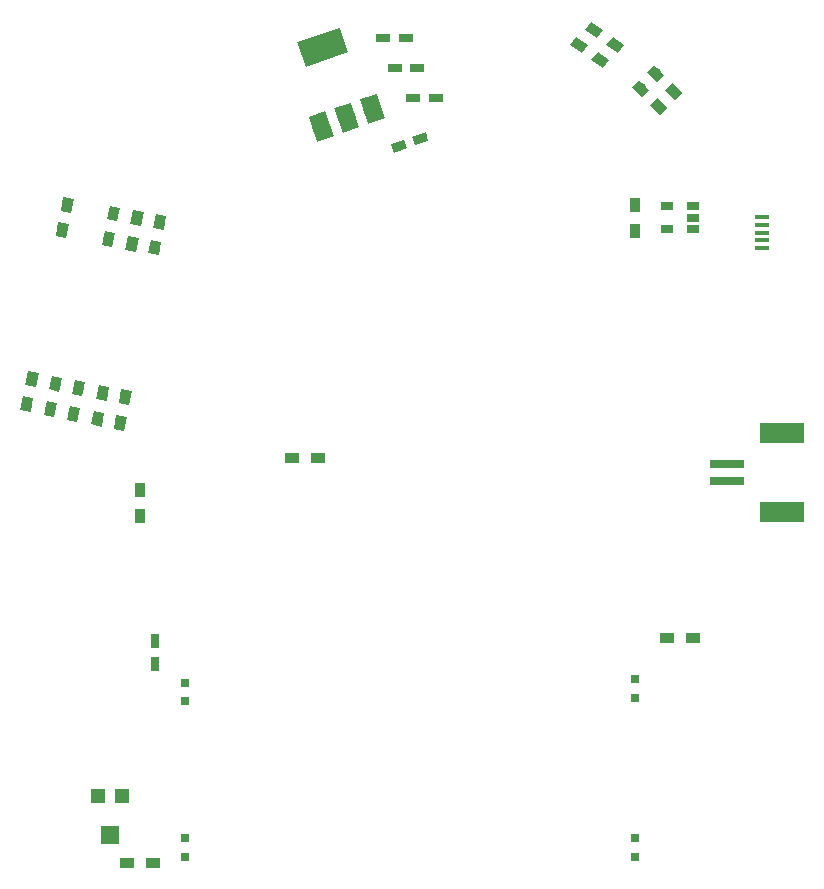
<source format=gbr>
G04 #@! TF.GenerationSoftware,KiCad,Pcbnew,(5.0.0-3-g5ebb6b6)*
G04 #@! TF.CreationDate,2019-01-19T17:02:55+01:00*
G04 #@! TF.ProjectId,Securityfest_2019_badge_beta,5365637572697479666573745F323031,rev?*
G04 #@! TF.SameCoordinates,Original*
G04 #@! TF.FileFunction,Paste,Top*
G04 #@! TF.FilePolarity,Positive*
%FSLAX46Y46*%
G04 Gerber Fmt 4.6, Leading zero omitted, Abs format (unit mm)*
G04 Created by KiCad (PCBNEW (5.0.0-3-g5ebb6b6)) date 2019 January 19, Saturday 17:02:55*
%MOMM*%
%LPD*%
G01*
G04 APERTURE LIST*
%ADD10R,1.600000X1.500000*%
%ADD11R,1.200000X1.200000*%
%ADD12R,0.800000X0.800000*%
%ADD13R,1.200000X0.750000*%
%ADD14C,0.750000*%
%ADD15C,0.100000*%
%ADD16R,0.750000X1.200000*%
%ADD17C,0.900000*%
%ADD18R,1.300000X0.450000*%
%ADD19R,3.800000X1.800000*%
%ADD20R,3.000000X0.800000*%
%ADD21R,0.900000X1.200000*%
%ADD22R,1.200000X0.900000*%
%ADD23R,1.060000X0.650000*%
%ADD24C,1.500000*%
%ADD25C,2.200000*%
G04 APERTURE END LIST*
D10*
G04 #@! TO.C,RV1*
X127000000Y-113210000D03*
D11*
X128000000Y-109960000D03*
X126000000Y-109960000D03*
G04 #@! TD*
D12*
G04 #@! TO.C,D6*
X171450000Y-113500000D03*
X171450000Y-115100000D03*
G04 #@! TD*
G04 #@! TO.C,D5*
X171450000Y-101600000D03*
X171450000Y-100000000D03*
G04 #@! TD*
G04 #@! TO.C,D3*
X133350000Y-101930000D03*
X133350000Y-100330000D03*
G04 #@! TD*
G04 #@! TO.C,D4*
X133350000Y-115100000D03*
X133350000Y-113500000D03*
G04 #@! TD*
D13*
G04 #@! TO.C,C1*
X154620000Y-50800000D03*
X152720000Y-50800000D03*
G04 #@! TD*
G04 #@! TO.C,C2*
X151130000Y-48260000D03*
X153030000Y-48260000D03*
G04 #@! TD*
D14*
G04 #@! TO.C,C3*
X153298243Y-54300710D03*
D15*
G36*
X153743466Y-53750800D02*
X153987642Y-54459939D01*
X152853020Y-54850620D01*
X152608844Y-54141481D01*
X153743466Y-53750800D01*
X153743466Y-53750800D01*
G37*
D14*
X151501757Y-54919290D03*
D15*
G36*
X151946980Y-54369380D02*
X152191156Y-55078519D01*
X151056534Y-55469200D01*
X150812358Y-54760061D01*
X151946980Y-54369380D01*
X151946980Y-54369380D01*
G37*
G04 #@! TD*
D13*
G04 #@! TO.C,C4*
X150180000Y-45720000D03*
X152080000Y-45720000D03*
G04 #@! TD*
D16*
G04 #@! TO.C,C5*
X130810000Y-98740000D03*
X130810000Y-96840000D03*
G04 #@! TD*
D17*
G04 #@! TO.C,D1*
X174767817Y-50307817D03*
D15*
G36*
X174025355Y-50201751D02*
X174661751Y-49565355D01*
X175510279Y-50413883D01*
X174873883Y-51050279D01*
X174025355Y-50201751D01*
X174025355Y-50201751D01*
G37*
D17*
X173212183Y-48752183D03*
D15*
G36*
X172469721Y-48646117D02*
X173106117Y-48009721D01*
X173954645Y-48858249D01*
X173318249Y-49494645D01*
X172469721Y-48646117D01*
X172469721Y-48646117D01*
G37*
G04 #@! TD*
D17*
G04 #@! TO.C,D2*
X168008933Y-45089066D03*
D15*
G36*
X168758534Y-45064593D02*
X168242315Y-45801830D01*
X167259332Y-45113539D01*
X167775551Y-44376302D01*
X168758534Y-45064593D01*
X168758534Y-45064593D01*
G37*
D17*
X169811067Y-46350934D03*
D15*
G36*
X170560668Y-46326461D02*
X170044449Y-47063698D01*
X169061466Y-46375407D01*
X169577685Y-45638170D01*
X170560668Y-46326461D01*
X170560668Y-46326461D01*
G37*
G04 #@! TD*
D18*
G04 #@! TO.C,J1*
X182250000Y-60930000D03*
X182250000Y-61580000D03*
X182250000Y-62230000D03*
X182250000Y-62880000D03*
X182250000Y-63530000D03*
G04 #@! TD*
D19*
G04 #@! TO.C,J2*
X183960000Y-85900000D03*
X183960000Y-79200000D03*
D20*
X179260000Y-81800000D03*
X179260000Y-83300000D03*
G04 #@! TD*
D21*
G04 #@! TO.C,R1*
X171450000Y-62060000D03*
X171450000Y-59860000D03*
G04 #@! TD*
D17*
G04 #@! TO.C,R2*
X171942183Y-50022183D03*
D15*
G36*
X171199721Y-49916117D02*
X171836117Y-49279721D01*
X172684645Y-50128249D01*
X172048249Y-50764645D01*
X171199721Y-49916117D01*
X171199721Y-49916117D01*
G37*
D17*
X173497817Y-51577817D03*
D15*
G36*
X172755355Y-51471751D02*
X173391751Y-50835355D01*
X174240279Y-51683883D01*
X173603883Y-52320279D01*
X172755355Y-51471751D01*
X172755355Y-51471751D01*
G37*
G04 #@! TD*
D17*
G04 #@! TO.C,R3*
X166738933Y-46359066D03*
D15*
G36*
X167488534Y-46334593D02*
X166972315Y-47071830D01*
X165989332Y-46383539D01*
X166505551Y-45646302D01*
X167488534Y-46334593D01*
X167488534Y-46334593D01*
G37*
D17*
X168541067Y-47620934D03*
D15*
G36*
X169290668Y-47596461D02*
X168774449Y-48333698D01*
X167791466Y-47645407D01*
X168307685Y-46908170D01*
X169290668Y-47596461D01*
X169290668Y-47596461D01*
G37*
G04 #@! TD*
D22*
G04 #@! TO.C,R4*
X142410000Y-81280000D03*
X144610000Y-81280000D03*
G04 #@! TD*
G04 #@! TO.C,R5*
X176360000Y-96520000D03*
X174160000Y-96520000D03*
G04 #@! TD*
D21*
G04 #@! TO.C,R6*
X129540000Y-83990000D03*
X129540000Y-86190000D03*
G04 #@! TD*
D22*
G04 #@! TO.C,R7*
X128440000Y-115570000D03*
X130640000Y-115570000D03*
G04 #@! TD*
D17*
G04 #@! TO.C,R8*
X122974459Y-62038676D03*
D15*
G36*
X122650750Y-61362131D02*
X123533303Y-61538483D01*
X123298168Y-62715221D01*
X122415615Y-62538869D01*
X122650750Y-61362131D01*
X122650750Y-61362131D01*
G37*
D17*
X123405541Y-59881324D03*
D15*
G36*
X123081832Y-59204779D02*
X123964385Y-59381131D01*
X123729250Y-60557869D01*
X122846697Y-60381517D01*
X123081832Y-59204779D01*
X123081832Y-59204779D01*
G37*
G04 #@! TD*
D17*
G04 #@! TO.C,R9*
X126884459Y-62778676D03*
D15*
G36*
X126560750Y-62102131D02*
X127443303Y-62278483D01*
X127208168Y-63455221D01*
X126325615Y-63278869D01*
X126560750Y-62102131D01*
X126560750Y-62102131D01*
G37*
D17*
X127315541Y-60621324D03*
D15*
G36*
X126991832Y-59944779D02*
X127874385Y-60121131D01*
X127639250Y-61297869D01*
X126756697Y-61121517D01*
X126991832Y-59944779D01*
X126991832Y-59944779D01*
G37*
G04 #@! TD*
D17*
G04 #@! TO.C,R10*
X129315541Y-61021324D03*
D15*
G36*
X128991832Y-60344779D02*
X129874385Y-60521131D01*
X129639250Y-61697869D01*
X128756697Y-61521517D01*
X128991832Y-60344779D01*
X128991832Y-60344779D01*
G37*
D17*
X128884459Y-63178676D03*
D15*
G36*
X128560750Y-62502131D02*
X129443303Y-62678483D01*
X129208168Y-63855221D01*
X128325615Y-63678869D01*
X128560750Y-62502131D01*
X128560750Y-62502131D01*
G37*
G04 #@! TD*
D17*
G04 #@! TO.C,R11*
X130810000Y-63500000D03*
D15*
G36*
X130486291Y-62823455D02*
X131368844Y-62999807D01*
X131133709Y-64176545D01*
X130251156Y-64000193D01*
X130486291Y-62823455D01*
X130486291Y-62823455D01*
G37*
D17*
X131241082Y-61342648D03*
D15*
G36*
X130917373Y-60666103D02*
X131799926Y-60842455D01*
X131564791Y-62019193D01*
X130682238Y-61842841D01*
X130917373Y-60666103D01*
X130917373Y-60666103D01*
G37*
G04 #@! TD*
D17*
G04 #@! TO.C,R12*
X119984459Y-76778676D03*
D15*
G36*
X120308168Y-77455221D02*
X119425615Y-77278869D01*
X119660750Y-76102131D01*
X120543303Y-76278483D01*
X120308168Y-77455221D01*
X120308168Y-77455221D01*
G37*
D17*
X120415541Y-74621324D03*
D15*
G36*
X120739250Y-75297869D02*
X119856697Y-75121517D01*
X120091832Y-73944779D01*
X120974385Y-74121131D01*
X120739250Y-75297869D01*
X120739250Y-75297869D01*
G37*
G04 #@! TD*
D17*
G04 #@! TO.C,R13*
X122415541Y-75021324D03*
D15*
G36*
X122739250Y-75697869D02*
X121856697Y-75521517D01*
X122091832Y-74344779D01*
X122974385Y-74521131D01*
X122739250Y-75697869D01*
X122739250Y-75697869D01*
G37*
D17*
X121984459Y-77178676D03*
D15*
G36*
X122308168Y-77855221D02*
X121425615Y-77678869D01*
X121660750Y-76502131D01*
X122543303Y-76678483D01*
X122308168Y-77855221D01*
X122308168Y-77855221D01*
G37*
G04 #@! TD*
D17*
G04 #@! TO.C,R14*
X123934459Y-77578676D03*
D15*
G36*
X124258168Y-78255221D02*
X123375615Y-78078869D01*
X123610750Y-76902131D01*
X124493303Y-77078483D01*
X124258168Y-78255221D01*
X124258168Y-78255221D01*
G37*
D17*
X124365541Y-75421324D03*
D15*
G36*
X124689250Y-76097869D02*
X123806697Y-75921517D01*
X124041832Y-74744779D01*
X124924385Y-74921131D01*
X124689250Y-76097869D01*
X124689250Y-76097869D01*
G37*
G04 #@! TD*
D17*
G04 #@! TO.C,R15*
X125984459Y-77978676D03*
D15*
G36*
X126308168Y-78655221D02*
X125425615Y-78478869D01*
X125660750Y-77302131D01*
X126543303Y-77478483D01*
X126308168Y-78655221D01*
X126308168Y-78655221D01*
G37*
D17*
X126415541Y-75821324D03*
D15*
G36*
X126739250Y-76497869D02*
X125856697Y-76321517D01*
X126091832Y-75144779D01*
X126974385Y-75321131D01*
X126739250Y-76497869D01*
X126739250Y-76497869D01*
G37*
G04 #@! TD*
D17*
G04 #@! TO.C,R16*
X127884459Y-78338676D03*
D15*
G36*
X128208168Y-79015221D02*
X127325615Y-78838869D01*
X127560750Y-77662131D01*
X128443303Y-77838483D01*
X128208168Y-79015221D01*
X128208168Y-79015221D01*
G37*
D17*
X128315541Y-76181324D03*
D15*
G36*
X128639250Y-76857869D02*
X127756697Y-76681517D01*
X127991832Y-75504779D01*
X128874385Y-75681131D01*
X128639250Y-76857869D01*
X128639250Y-76857869D01*
G37*
G04 #@! TD*
D23*
G04 #@! TO.C,U1*
X174160000Y-61910000D03*
X174160000Y-60010000D03*
X176360000Y-60010000D03*
X176360000Y-60960000D03*
X176360000Y-61910000D03*
G04 #@! TD*
D24*
G04 #@! TO.C,U2*
X149250232Y-51759577D03*
D15*
G36*
X148899218Y-53043824D02*
X148182968Y-50963683D01*
X149601246Y-50475330D01*
X150317496Y-52555471D01*
X148899218Y-53043824D01*
X148899218Y-53043824D01*
G37*
D24*
X147075540Y-52508384D03*
D15*
G36*
X146724526Y-53792631D02*
X146008276Y-51712490D01*
X147426554Y-51224137D01*
X148142804Y-53304278D01*
X146724526Y-53792631D01*
X146724526Y-53792631D01*
G37*
D24*
X144900847Y-53257190D03*
D15*
G36*
X144549833Y-54541437D02*
X143833583Y-52461296D01*
X145251861Y-51972943D01*
X145968111Y-54053084D01*
X144549833Y-54541437D01*
X144549833Y-54541437D01*
G37*
D25*
X145024460Y-46551616D03*
D15*
G36*
X143586100Y-48210266D02*
X142869850Y-46130125D01*
X146462820Y-44892966D01*
X147179070Y-46973107D01*
X143586100Y-48210266D01*
X143586100Y-48210266D01*
G37*
G04 #@! TD*
M02*

</source>
